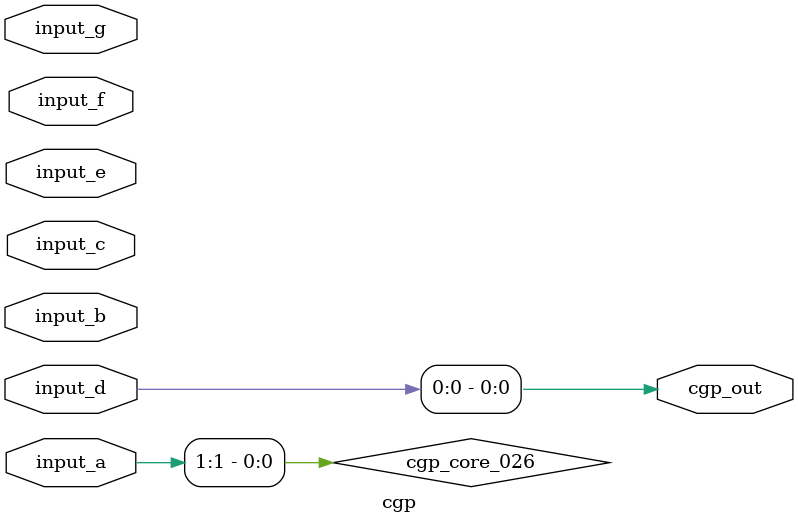
<source format=v>
module cgp(input [1:0] input_a, input [1:0] input_b, input [1:0] input_c, input [1:0] input_d, input [1:0] input_e, input [1:0] input_f, input [1:0] input_g, output [0:0] cgp_out);
  wire cgp_core_016;
  wire cgp_core_017;
  wire cgp_core_018;
  wire cgp_core_019;
  wire cgp_core_020;
  wire cgp_core_021;
  wire cgp_core_022;
  wire cgp_core_023;
  wire cgp_core_024;
  wire cgp_core_026;
  wire cgp_core_027;
  wire cgp_core_028;
  wire cgp_core_029;
  wire cgp_core_030;
  wire cgp_core_031;
  wire cgp_core_032;
  wire cgp_core_033;
  wire cgp_core_034;
  wire cgp_core_035;
  wire cgp_core_036;
  wire cgp_core_039;
  wire cgp_core_040;
  wire cgp_core_041;
  wire cgp_core_042;
  wire cgp_core_043;
  wire cgp_core_044;
  wire cgp_core_045;
  wire cgp_core_047;
  wire cgp_core_048;
  wire cgp_core_050;
  wire cgp_core_051;
  wire cgp_core_052_not;
  wire cgp_core_054;
  wire cgp_core_056;
  wire cgp_core_057;
  wire cgp_core_058;
  wire cgp_core_059;
  wire cgp_core_060;
  wire cgp_core_062;
  wire cgp_core_063;
  wire cgp_core_065;
  wire cgp_core_066;
  wire cgp_core_067;
  wire cgp_core_068;
  wire cgp_core_069;
  wire cgp_core_070;
  wire cgp_core_071;
  wire cgp_core_072;
  wire cgp_core_073;
  wire cgp_core_074;
  wire cgp_core_075;
  wire cgp_core_077;
  wire cgp_core_078;
  wire cgp_core_079;

  assign cgp_core_016 = input_c[0] ^ input_e[0];
  assign cgp_core_017 = input_c[0] & input_e[0];
  assign cgp_core_018 = input_c[1] ^ input_g[0];
  assign cgp_core_019 = ~(input_c[1] | input_e[1]);
  assign cgp_core_020 = cgp_core_018 ^ cgp_core_017;
  assign cgp_core_021 = cgp_core_018 & cgp_core_017;
  assign cgp_core_022 = ~(input_c[0] ^ input_f[0]);
  assign cgp_core_023 = input_g[1] & cgp_core_016;
  assign cgp_core_024 = input_a[0] & input_d[1];
  assign cgp_core_026 = input_a[1] & input_a[1];
  assign cgp_core_027 = cgp_core_020 ^ cgp_core_024;
  assign cgp_core_028 = cgp_core_020 & cgp_core_024;
  assign cgp_core_029 = input_f[0] | cgp_core_028;
  assign cgp_core_030 = ~(input_e[0] ^ cgp_core_029);
  assign cgp_core_031 = cgp_core_022 & cgp_core_029;
  assign cgp_core_032 = input_b[0] ^ input_d[0];
  assign cgp_core_033 = input_b[0] & input_d[0];
  assign cgp_core_034 = input_b[1] & input_d[1];
  assign cgp_core_035 = input_b[1] & input_d[1];
  assign cgp_core_036 = cgp_core_034 ^ cgp_core_033;
  assign cgp_core_039 = input_f[0] ^ input_g[0];
  assign cgp_core_040 = input_f[0] & input_g[0];
  assign cgp_core_041 = input_f[1] ^ input_g[1];
  assign cgp_core_042 = input_f[1] & input_g[1];
  assign cgp_core_043 = input_b[1] ^ cgp_core_040;
  assign cgp_core_044 = ~(cgp_core_041 | cgp_core_040);
  assign cgp_core_045 = cgp_core_042 | cgp_core_044;
  assign cgp_core_047 = cgp_core_032 & cgp_core_039;
  assign cgp_core_048 = cgp_core_036 ^ cgp_core_043;
  assign cgp_core_050 = cgp_core_048 ^ input_c[1];
  assign cgp_core_051 = input_c[1] & cgp_core_047;
  assign cgp_core_052_not = ~cgp_core_051;
  assign cgp_core_054 = input_g[1] & cgp_core_045;
  assign cgp_core_056 = input_e[1] & cgp_core_052_not;
  assign cgp_core_057 = input_a[0] | cgp_core_056;
  assign cgp_core_058 = ~cgp_core_057;
  assign cgp_core_059 = input_e[0] & cgp_core_058;
  assign cgp_core_060 = ~(cgp_core_031 ^ cgp_core_057);
  assign cgp_core_062 = cgp_core_030 & input_b[1];
  assign cgp_core_063 = input_e[0] & cgp_core_060;
  assign cgp_core_065 = input_b[1] & input_c[1];
  assign cgp_core_066 = ~cgp_core_050;
  assign cgp_core_067 = cgp_core_027 ^ cgp_core_066;
  assign cgp_core_068 = input_c[1] & input_d[0];
  assign cgp_core_069 = ~(input_d[1] ^ cgp_core_050);
  assign cgp_core_070 = input_g[1] & cgp_core_065;
  assign cgp_core_071 = ~input_b[0];
  assign cgp_core_072 = cgp_core_023 & cgp_core_071;
  assign cgp_core_073 = cgp_core_072 & input_b[0];
  assign cgp_core_074 = ~(input_d[1] ^ input_b[0]);
  assign cgp_core_075 = input_g[1] & cgp_core_070;
  assign cgp_core_077 = cgp_core_059 | cgp_core_075;
  assign cgp_core_078 = cgp_core_063 | cgp_core_077;
  assign cgp_core_079 = input_a[1] | input_g[0];

  assign cgp_out[0] = input_d[0];
endmodule
</source>
